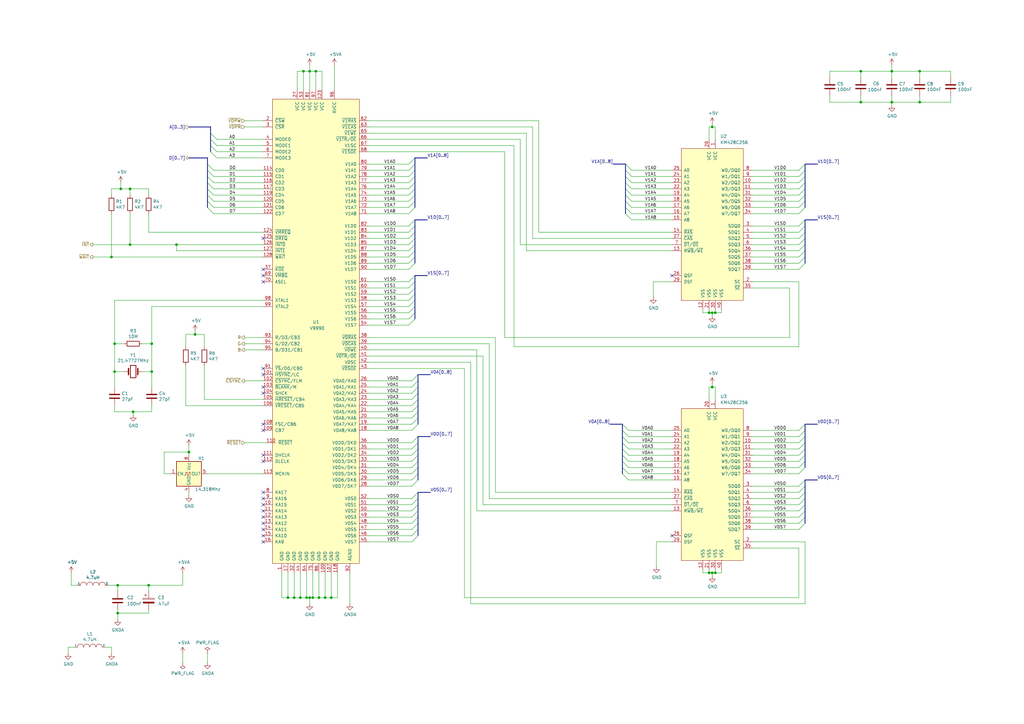
<source format=kicad_sch>
(kicad_sch (version 20211123) (generator eeschema)
  (paper "A3")
  (title_block (title "TRH9000") (date "2022-08-02") (rev "1") (company "The Retro Hacker") (comment 2 "Shared under CERN-OHL-S license") (comment 3 "TRH9000 - Open Source MSX Graphics Card based on the Yamaha V9990") (comment 4 "Designed  by: Cristiano Goncalves"))
  (junction (at 60.96 240.03))
  (junction (at 120.65 245.11))
  (junction (at 293.37 234.95))
  (junction (at 365.76 29.21))
  (junction (at 62.23 152.4))
  (junction (at 49.53 77.47))
  (junction (at 365.76 41.91))
  (junction (at 72.39 100.33))
  (junction (at 62.23 140.97))
  (junction (at 45.72 105.41))
  (junction (at 48.26 251.46))
  (junction (at 377.19 29.21))
  (junction (at 80.01 137.16))
  (junction (at 292.1 52.07))
  (junction (at 353.06 29.21))
  (junction (at 292.1 158.75))
  (junction (at 353.06 41.91))
  (junction (at 77.47 185.42))
  (junction (at 292.1 128.27))
  (junction (at 293.37 128.27))
  (junction (at 127 29.21))
  (junction (at 46.99 140.97))
  (junction (at 135.89 245.11))
  (junction (at 53.34 77.47))
  (junction (at 48.26 240.03))
  (junction (at 53.34 100.33))
  (junction (at 290.83 128.27))
  (junction (at 128.27 245.11))
  (junction (at 129.54 29.21))
  (junction (at 290.83 234.95))
  (junction (at 133.35 245.11))
  (junction (at 377.19 41.91))
  (junction (at 54.61 168.91))
  (junction (at 124.46 29.21))
  (junction (at 46.99 152.4))
  (junction (at 127 245.11))
  (junction (at 125.73 245.11))
  (junction (at 130.81 245.11))
  (junction (at 123.19 245.11))
  (junction (at 292.1 234.95))
  (junction (at 118.11 245.11))
  (no_connect (at 275.59 113.03))
  (no_connect (at 275.59 219.71))
  (no_connect (at 107.95 201.93))
  (no_connect (at 107.95 204.47))
  (no_connect (at 107.95 207.01))
  (no_connect (at 107.95 209.55))
  (no_connect (at 107.95 212.09))
  (no_connect (at 107.95 214.63))
  (no_connect (at 107.95 217.17))
  (no_connect (at 107.95 219.71))
  (no_connect (at 107.95 222.25))
  (no_connect (at 107.95 189.23))
  (no_connect (at 107.95 186.69))
  (no_connect (at 107.95 176.53))
  (no_connect (at 107.95 173.99))
  (no_connect (at 107.95 161.29))
  (no_connect (at 107.95 158.75))
  (no_connect (at 107.95 151.13))
  (no_connect (at 107.95 153.67))
  (no_connect (at 107.95 97.79))
  (no_connect (at 107.95 110.49))
  (no_connect (at 107.95 113.03))
  (no_connect (at 107.95 115.57))
  (bus_entry (at 170.18 118.11) (size -2.54 2.54))
  (bus_entry (at 170.18 123.19) (size -2.54 2.54))
  (bus_entry (at 85.09 69.85) (size 2.54 2.54))
  (bus_entry (at 256.54 82.55) (size 2.54 2.54))
  (bus_entry (at 85.09 82.55) (size 2.54 2.54))
  (bus_entry (at 330.2 85.09) (size -2.54 2.54))
  (bus_entry (at 330.2 186.69) (size -2.54 2.54))
  (bus_entry (at 330.2 80.01) (size -2.54 2.54))
  (bus_entry (at 330.2 82.55) (size -2.54 2.54))
  (bus_entry (at 171.45 173.99) (size -2.54 2.54))
  (bus_entry (at 330.2 77.47) (size -2.54 2.54))
  (bus_entry (at 330.2 107.95) (size -2.54 2.54))
  (bus_entry (at 85.09 67.31) (size 2.54 2.54))
  (bus_entry (at 256.54 87.63) (size 2.54 2.54))
  (bus_entry (at 330.2 67.31) (size -2.54 2.54))
  (bus_entry (at 330.2 207.01) (size -2.54 2.54))
  (bus_entry (at 170.18 97.79) (size -2.54 2.54))
  (bus_entry (at 330.2 204.47) (size -2.54 2.54))
  (bus_entry (at 256.54 72.39) (size 2.54 2.54))
  (bus_entry (at 170.18 82.55) (size -2.54 2.54))
  (bus_entry (at 170.18 77.47) (size -2.54 2.54))
  (bus_entry (at 171.45 207.01) (size -2.54 2.54))
  (bus_entry (at 330.2 199.39) (size -2.54 2.54))
  (bus_entry (at 171.45 217.17) (size -2.54 2.54))
  (bus_entry (at 171.45 158.75) (size -2.54 2.54))
  (bus_entry (at 171.45 219.71) (size -2.54 2.54))
  (bus_entry (at 170.18 95.25) (size -2.54 2.54))
  (bus_entry (at 170.18 92.71) (size -2.54 2.54))
  (bus_entry (at 330.2 189.23) (size -2.54 2.54))
  (bus_entry (at 330.2 212.09) (size -2.54 2.54))
  (bus_entry (at 256.54 80.01) (size 2.54 2.54))
  (bus_entry (at 255.27 194.31) (size 2.54 2.54))
  (bus_entry (at 171.45 189.23) (size -2.54 2.54))
  (bus_entry (at 170.18 130.81) (size -2.54 2.54))
  (bus_entry (at 255.27 173.99) (size 2.54 2.54))
  (bus_entry (at 330.2 181.61) (size -2.54 2.54))
  (bus_entry (at 256.54 77.47) (size 2.54 2.54))
  (bus_entry (at 330.2 209.55) (size -2.54 2.54))
  (bus_entry (at 86.36 62.23) (size 2.54 2.54))
  (bus_entry (at 256.54 67.31) (size 2.54 2.54))
  (bus_entry (at 171.45 201.93) (size -2.54 2.54))
  (bus_entry (at 255.27 181.61) (size 2.54 2.54))
  (bus_entry (at 330.2 97.79) (size -2.54 2.54))
  (bus_entry (at 86.36 57.15) (size 2.54 2.54))
  (bus_entry (at 171.45 163.83) (size -2.54 2.54))
  (bus_entry (at 330.2 201.93) (size -2.54 2.54))
  (bus_entry (at 171.45 184.15) (size -2.54 2.54))
  (bus_entry (at 170.18 69.85) (size -2.54 2.54))
  (bus_entry (at 330.2 184.15) (size -2.54 2.54))
  (bus_entry (at 171.45 181.61) (size -2.54 2.54))
  (bus_entry (at 330.2 95.25) (size -2.54 2.54))
  (bus_entry (at 330.2 176.53) (size -2.54 2.54))
  (bus_entry (at 171.45 171.45) (size -2.54 2.54))
  (bus_entry (at 171.45 191.77) (size -2.54 2.54))
  (bus_entry (at 171.45 194.31) (size -2.54 2.54))
  (bus_entry (at 171.45 214.63) (size -2.54 2.54))
  (bus_entry (at 171.45 212.09) (size -2.54 2.54))
  (bus_entry (at 171.45 179.07) (size -2.54 2.54))
  (bus_entry (at 255.27 184.15) (size 2.54 2.54))
  (bus_entry (at 330.2 214.63) (size -2.54 2.54))
  (bus_entry (at 330.2 173.99) (size -2.54 2.54))
  (bus_entry (at 255.27 191.77) (size 2.54 2.54))
  (bus_entry (at 86.36 54.61) (size 2.54 2.54))
  (bus_entry (at 170.18 64.77) (size -2.54 2.54))
  (bus_entry (at 171.45 168.91) (size -2.54 2.54))
  (bus_entry (at 171.45 204.47) (size -2.54 2.54))
  (bus_entry (at 171.45 153.67) (size -2.54 2.54))
  (bus_entry (at 85.09 80.01) (size 2.54 2.54))
  (bus_entry (at 170.18 67.31) (size -2.54 2.54))
  (bus_entry (at 85.09 74.93) (size 2.54 2.54))
  (bus_entry (at 171.45 166.37) (size -2.54 2.54))
  (bus_entry (at 256.54 85.09) (size 2.54 2.54))
  (bus_entry (at 85.09 77.47) (size 2.54 2.54))
  (bus_entry (at 330.2 69.85) (size -2.54 2.54))
  (bus_entry (at 171.45 186.69) (size -2.54 2.54))
  (bus_entry (at 170.18 115.57) (size -2.54 2.54))
  (bus_entry (at 170.18 100.33) (size -2.54 2.54))
  (bus_entry (at 256.54 74.93) (size 2.54 2.54))
  (bus_entry (at 330.2 72.39) (size -2.54 2.54))
  (bus_entry (at 170.18 85.09) (size -2.54 2.54))
  (bus_entry (at 255.27 186.69) (size 2.54 2.54))
  (bus_entry (at 330.2 105.41) (size -2.54 2.54))
  (bus_entry (at 330.2 196.85) (size -2.54 2.54))
  (bus_entry (at 170.18 72.39) (size -2.54 2.54))
  (bus_entry (at 255.27 189.23) (size 2.54 2.54))
  (bus_entry (at 85.09 72.39) (size 2.54 2.54))
  (bus_entry (at 330.2 90.17) (size -2.54 2.54))
  (bus_entry (at 86.36 59.69) (size 2.54 2.54))
  (bus_entry (at 170.18 102.87) (size -2.54 2.54))
  (bus_entry (at 170.18 113.03) (size -2.54 2.54))
  (bus_entry (at 256.54 69.85) (size 2.54 2.54))
  (bus_entry (at 330.2 74.93) (size -2.54 2.54))
  (bus_entry (at 330.2 102.87) (size -2.54 2.54))
  (bus_entry (at 85.09 85.09) (size 2.54 2.54))
  (bus_entry (at 171.45 156.21) (size -2.54 2.54))
  (bus_entry (at 171.45 209.55) (size -2.54 2.54))
  (bus_entry (at 170.18 80.01) (size -2.54 2.54))
  (bus_entry (at 170.18 125.73) (size -2.54 2.54))
  (bus_entry (at 330.2 179.07) (size -2.54 2.54))
  (bus_entry (at 171.45 196.85) (size -2.54 2.54))
  (bus_entry (at 330.2 92.71) (size -2.54 2.54))
  (bus_entry (at 255.27 179.07) (size 2.54 2.54))
  (bus_entry (at 170.18 107.95) (size -2.54 2.54))
  (bus_entry (at 170.18 90.17) (size -2.54 2.54))
  (bus_entry (at 330.2 191.77) (size -2.54 2.54))
  (bus_entry (at 170.18 74.93) (size -2.54 2.54))
  (bus_entry (at 330.2 100.33) (size -2.54 2.54))
  (bus_entry (at 255.27 176.53) (size 2.54 2.54))
  (bus_entry (at 170.18 120.65) (size -2.54 2.54))
  (bus_entry (at 171.45 161.29) (size -2.54 2.54))
  (bus_entry (at 170.18 128.27) (size -2.54 2.54))
  (bus_entry (at 170.18 105.41) (size -2.54 2.54))
  (wire (pts (xy 45.72 105.41) (xy 107.95 105.41)))
  (bus (pts (xy 170.18 67.31) (xy 170.18 69.85)))
  (wire (pts (xy 257.81 196.85) (xy 275.59 196.85)))
  (wire (pts (xy 77.47 185.42) (xy 77.47 186.69)))
  (wire (pts (xy 100.33 156.21) (xy 107.95 156.21)))
  (wire (pts (xy 60.96 95.25) (xy 60.96 87.63)))
  (bus (pts (xy 85.09 80.01) (xy 85.09 82.55)))
  (wire (pts (xy 190.5 245.11) (xy 190.5 151.13)))
  (bus (pts (xy 330.2 97.79) (xy 330.2 100.33)))
  (wire (pts (xy 365.76 43.18) (xy 365.76 41.91)))
  (wire (pts (xy 54.61 170.18) (xy 54.61 168.91)))
  (wire (pts (xy 46.99 166.37) (xy 46.99 168.91)))
  (wire (pts (xy 259.08 87.63) (xy 275.59 87.63)))
  (wire (pts (xy 80.01 135.89) (xy 80.01 137.16)))
  (wire (pts (xy 257.81 176.53) (xy 275.59 176.53)))
  (wire (pts (xy 151.13 123.19) (xy 167.64 123.19)))
  (wire (pts (xy 308.61 179.07) (xy 327.66 179.07)))
  (bus (pts (xy 256.54 80.01) (xy 256.54 82.55)))
  (wire (pts (xy 290.83 233.68) (xy 290.83 234.95)))
  (wire (pts (xy 130.81 234.95) (xy 130.81 245.11)))
  (wire (pts (xy 327.66 115.57) (xy 327.66 142.24)))
  (wire (pts (xy 100.33 181.61) (xy 109.22 181.61)))
  (bus (pts (xy 255.27 173.99) (xy 255.27 176.53)))
  (bus (pts (xy 85.09 72.39) (xy 85.09 74.93)))
  (wire (pts (xy 151.13 186.69) (xy 168.91 186.69)))
  (wire (pts (xy 151.13 82.55) (xy 167.64 82.55)))
  (wire (pts (xy 151.13 181.61) (xy 168.91 181.61)))
  (wire (pts (xy 87.63 74.93) (xy 107.95 74.93)))
  (bus (pts (xy 171.45 181.61) (xy 171.45 184.15)))
  (wire (pts (xy 151.13 143.51) (xy 195.58 143.51)))
  (wire (pts (xy 45.72 87.63) (xy 45.72 105.41)))
  (wire (pts (xy 72.39 102.87) (xy 72.39 100.33)))
  (bus (pts (xy 255.27 184.15) (xy 255.27 186.69)))
  (wire (pts (xy 128.27 245.11) (xy 127 245.11)))
  (wire (pts (xy 293.37 158.75) (xy 293.37 163.83)))
  (wire (pts (xy 151.13 118.11) (xy 167.64 118.11)))
  (wire (pts (xy 74.93 240.03) (xy 74.93 234.95)))
  (wire (pts (xy 308.61 92.71) (xy 327.66 92.71)))
  (wire (pts (xy 308.61 181.61) (xy 327.66 181.61)))
  (bus (pts (xy 330.2 199.39) (xy 330.2 201.93)))
  (bus (pts (xy 171.45 153.67) (xy 171.45 156.21)))
  (bus (pts (xy 85.09 82.55) (xy 85.09 85.09)))
  (wire (pts (xy 340.36 41.91) (xy 340.36 39.37)))
  (wire (pts (xy 49.53 77.47) (xy 45.72 77.47)))
  (bus (pts (xy 171.45 161.29) (xy 171.45 163.83)))
  (bus (pts (xy 170.18 74.93) (xy 170.18 77.47)))
  (wire (pts (xy 292.1 129.54) (xy 292.1 128.27)))
  (wire (pts (xy 151.13 209.55) (xy 168.91 209.55)))
  (bus (pts (xy 330.2 209.55) (xy 330.2 212.09)))
  (wire (pts (xy 327.66 224.79) (xy 327.66 245.11)))
  (bus (pts (xy 256.54 67.31) (xy 256.54 69.85)))
  (wire (pts (xy 29.21 240.03) (xy 31.75 240.03)))
  (wire (pts (xy 213.36 100.33) (xy 213.36 57.15)))
  (wire (pts (xy 288.29 128.27) (xy 290.83 128.27)))
  (bus (pts (xy 330.2 201.93) (xy 330.2 204.47)))
  (wire (pts (xy 45.72 77.47) (xy 45.72 80.01)))
  (wire (pts (xy 308.61 100.33) (xy 327.66 100.33)))
  (wire (pts (xy 151.13 204.47) (xy 168.91 204.47)))
  (bus (pts (xy 330.2 90.17) (xy 330.2 92.71)))
  (wire (pts (xy 308.61 176.53) (xy 327.66 176.53)))
  (wire (pts (xy 220.98 95.25) (xy 220.98 49.53)))
  (wire (pts (xy 308.61 199.39) (xy 327.66 199.39)))
  (wire (pts (xy 143.51 234.95) (xy 143.51 247.65)))
  (wire (pts (xy 46.99 140.97) (xy 46.99 123.19)))
  (bus (pts (xy 256.54 77.47) (xy 256.54 80.01)))
  (wire (pts (xy 87.63 80.01) (xy 107.95 80.01)))
  (wire (pts (xy 100.33 138.43) (xy 107.95 138.43)))
  (wire (pts (xy 308.61 222.25) (xy 330.2 222.25)))
  (wire (pts (xy 203.2 138.43) (xy 151.13 138.43)))
  (wire (pts (xy 88.9 59.69) (xy 107.95 59.69)))
  (bus (pts (xy 170.18 125.73) (xy 170.18 128.27)))
  (wire (pts (xy 87.63 82.55) (xy 107.95 82.55)))
  (wire (pts (xy 288.29 233.68) (xy 288.29 234.95)))
  (bus (pts (xy 170.18 72.39) (xy 170.18 74.93)))
  (wire (pts (xy 377.19 41.91) (xy 389.89 41.91)))
  (wire (pts (xy 340.36 41.91) (xy 353.06 41.91)))
  (bus (pts (xy 171.45 184.15) (xy 171.45 186.69)))
  (wire (pts (xy 151.13 151.13) (xy 190.5 151.13)))
  (wire (pts (xy 218.44 52.07) (xy 151.13 52.07)))
  (wire (pts (xy 123.19 245.11) (xy 120.65 245.11)))
  (bus (pts (xy 330.2 80.01) (xy 330.2 82.55)))
  (wire (pts (xy 151.13 85.09) (xy 167.64 85.09)))
  (bus (pts (xy 171.45 201.93) (xy 171.45 204.47)))
  (bus (pts (xy 170.18 128.27) (xy 170.18 130.81)))
  (bus (pts (xy 330.2 102.87) (xy 330.2 105.41)))
  (bus (pts (xy 170.18 82.55) (xy 170.18 85.09)))
  (bus (pts (xy 330.2 184.15) (xy 330.2 186.69)))
  (wire (pts (xy 46.99 168.91) (xy 54.61 168.91)))
  (bus (pts (xy 255.27 189.23) (xy 255.27 191.77)))
  (wire (pts (xy 292.1 158.75) (xy 293.37 158.75)))
  (wire (pts (xy 151.13 194.31) (xy 168.91 194.31)))
  (wire (pts (xy 72.39 100.33) (xy 107.95 100.33)))
  (wire (pts (xy 257.81 181.61) (xy 275.59 181.61)))
  (bus (pts (xy 330.2 204.47) (xy 330.2 207.01)))
  (wire (pts (xy 293.37 234.95) (xy 295.91 234.95)))
  (wire (pts (xy 151.13 130.81) (xy 167.64 130.81)))
  (bus (pts (xy 170.18 120.65) (xy 170.18 123.19)))
  (wire (pts (xy 67.31 185.42) (xy 77.47 185.42)))
  (wire (pts (xy 220.98 49.53) (xy 151.13 49.53)))
  (wire (pts (xy 151.13 163.83) (xy 168.91 163.83)))
  (wire (pts (xy 308.61 224.79) (xy 327.66 224.79)))
  (wire (pts (xy 377.19 41.91) (xy 377.19 39.37)))
  (wire (pts (xy 293.37 233.68) (xy 293.37 234.95)))
  (wire (pts (xy 87.63 69.85) (xy 107.95 69.85)))
  (wire (pts (xy 257.81 189.23) (xy 275.59 189.23)))
  (wire (pts (xy 135.89 245.11) (xy 133.35 245.11)))
  (wire (pts (xy 151.13 191.77) (xy 168.91 191.77)))
  (wire (pts (xy 151.13 107.95) (xy 167.64 107.95)))
  (bus (pts (xy 171.45 212.09) (xy 171.45 214.63)))
  (wire (pts (xy 288.29 127) (xy 288.29 128.27)))
  (bus (pts (xy 330.2 179.07) (xy 330.2 181.61)))
  (bus (pts (xy 170.18 113.03) (xy 175.26 113.03)))
  (wire (pts (xy 151.13 171.45) (xy 168.91 171.45)))
  (wire (pts (xy 48.26 251.46) (xy 60.96 251.46)))
  (wire (pts (xy 151.13 97.79) (xy 167.64 97.79)))
  (wire (pts (xy 151.13 62.23) (xy 207.01 62.23)))
  (bus (pts (xy 330.2 67.31) (xy 335.28 67.31)))
  (wire (pts (xy 123.19 234.95) (xy 123.19 245.11)))
  (bus (pts (xy 170.18 115.57) (xy 170.18 118.11)))
  (wire (pts (xy 151.13 173.99) (xy 168.91 173.99)))
  (wire (pts (xy 125.73 234.95) (xy 125.73 245.11)))
  (bus (pts (xy 170.18 80.01) (xy 170.18 82.55)))
  (bus (pts (xy 256.54 69.85) (xy 256.54 72.39)))
  (bus (pts (xy 256.54 82.55) (xy 256.54 85.09)))
  (wire (pts (xy 275.59 209.55) (xy 195.58 209.55)))
  (wire (pts (xy 308.61 186.69) (xy 327.66 186.69)))
  (bus (pts (xy 171.45 158.75) (xy 171.45 161.29)))
  (wire (pts (xy 60.96 95.25) (xy 107.95 95.25)))
  (wire (pts (xy 151.13 222.25) (xy 168.91 222.25)))
  (wire (pts (xy 151.13 115.57) (xy 167.64 115.57)))
  (bus (pts (xy 330.2 105.41) (xy 330.2 107.95)))
  (wire (pts (xy 308.61 80.01) (xy 327.66 80.01)))
  (wire (pts (xy 207.01 138.43) (xy 207.01 62.23)))
  (bus (pts (xy 330.2 92.71) (xy 330.2 95.25)))
  (wire (pts (xy 53.34 100.33) (xy 72.39 100.33)))
  (bus (pts (xy 170.18 90.17) (xy 170.18 92.71)))
  (bus (pts (xy 171.45 189.23) (xy 171.45 191.77)))
  (wire (pts (xy 259.08 69.85) (xy 275.59 69.85)))
  (wire (pts (xy 137.16 26.67) (xy 137.16 36.83)))
  (wire (pts (xy 308.61 201.93) (xy 327.66 201.93)))
  (wire (pts (xy 62.23 152.4) (xy 62.23 158.75)))
  (wire (pts (xy 290.83 52.07) (xy 290.83 57.15)))
  (wire (pts (xy 308.61 82.55) (xy 327.66 82.55)))
  (bus (pts (xy 85.09 69.85) (xy 85.09 72.39)))
  (wire (pts (xy 115.57 234.95) (xy 115.57 245.11)))
  (wire (pts (xy 50.8 140.97) (xy 46.99 140.97)))
  (wire (pts (xy 62.23 168.91) (xy 62.23 166.37)))
  (bus (pts (xy 171.45 179.07) (xy 171.45 181.61)))
  (wire (pts (xy 200.66 140.97) (xy 151.13 140.97)))
  (bus (pts (xy 330.2 181.61) (xy 330.2 184.15)))
  (wire (pts (xy 290.83 52.07) (xy 292.1 52.07)))
  (wire (pts (xy 259.08 85.09) (xy 275.59 85.09)))
  (wire (pts (xy 275.59 222.25) (xy 269.24 222.25)))
  (wire (pts (xy 100.33 52.07) (xy 107.95 52.07)))
  (bus (pts (xy 170.18 69.85) (xy 170.18 72.39)))
  (wire (pts (xy 151.13 214.63) (xy 168.91 214.63)))
  (wire (pts (xy 151.13 196.85) (xy 168.91 196.85)))
  (bus (pts (xy 171.45 207.01) (xy 171.45 209.55)))
  (wire (pts (xy 308.61 107.95) (xy 327.66 107.95)))
  (wire (pts (xy 127 29.21) (xy 127 26.67)))
  (bus (pts (xy 330.2 72.39) (xy 330.2 74.93)))
  (wire (pts (xy 60.96 77.47) (xy 53.34 77.47)))
  (bus (pts (xy 170.18 90.17) (xy 175.26 90.17)))
  (wire (pts (xy 257.81 179.07) (xy 275.59 179.07)))
  (wire (pts (xy 275.59 95.25) (xy 220.98 95.25)))
  (wire (pts (xy 275.59 97.79) (xy 218.44 97.79)))
  (bus (pts (xy 256.54 74.93) (xy 256.54 77.47)))
  (wire (pts (xy 151.13 95.25) (xy 167.64 95.25)))
  (bus (pts (xy 171.45 171.45) (xy 171.45 173.99)))
  (wire (pts (xy 290.83 128.27) (xy 292.1 128.27)))
  (wire (pts (xy 48.26 250.19) (xy 48.26 251.46)))
  (wire (pts (xy 83.82 137.16) (xy 80.01 137.16)))
  (wire (pts (xy 198.12 146.05) (xy 151.13 146.05)))
  (wire (pts (xy 53.34 77.47) (xy 53.34 80.01)))
  (wire (pts (xy 58.42 152.4) (xy 62.23 152.4)))
  (bus (pts (xy 330.2 69.85) (xy 330.2 72.39)))
  (wire (pts (xy 193.04 247.65) (xy 193.04 148.59)))
  (wire (pts (xy 330.2 222.25) (xy 330.2 247.65)))
  (wire (pts (xy 290.83 127) (xy 290.83 128.27)))
  (bus (pts (xy 330.2 82.55) (xy 330.2 85.09)))
  (wire (pts (xy 151.13 128.27) (xy 167.64 128.27)))
  (bus (pts (xy 171.45 163.83) (xy 171.45 166.37)))
  (wire (pts (xy 76.2 137.16) (xy 76.2 142.24)))
  (wire (pts (xy 133.35 234.95) (xy 133.35 245.11)))
  (wire (pts (xy 77.47 203.2) (xy 77.47 201.93)))
  (bus (pts (xy 171.45 153.67) (xy 176.53 153.67)))
  (wire (pts (xy 308.61 204.47) (xy 327.66 204.47)))
  (wire (pts (xy 288.29 234.95) (xy 290.83 234.95)))
  (wire (pts (xy 151.13 80.01) (xy 167.64 80.01)))
  (wire (pts (xy 120.65 245.11) (xy 118.11 245.11)))
  (wire (pts (xy 132.08 29.21) (xy 132.08 36.83)))
  (wire (pts (xy 257.81 184.15) (xy 275.59 184.15)))
  (wire (pts (xy 327.66 245.11) (xy 190.5 245.11)))
  (wire (pts (xy 76.2 166.37) (xy 107.95 166.37)))
  (wire (pts (xy 257.81 186.69) (xy 275.59 186.69)))
  (wire (pts (xy 87.63 72.39) (xy 107.95 72.39)))
  (wire (pts (xy 308.61 110.49) (xy 327.66 110.49)))
  (wire (pts (xy 62.23 125.73) (xy 62.23 140.97)))
  (wire (pts (xy 48.26 240.03) (xy 48.26 242.57)))
  (bus (pts (xy 170.18 95.25) (xy 170.18 97.79)))
  (wire (pts (xy 323.85 138.43) (xy 207.01 138.43)))
  (bus (pts (xy 170.18 97.79) (xy 170.18 100.33)))
  (wire (pts (xy 259.08 82.55) (xy 275.59 82.55)))
  (bus (pts (xy 170.18 105.41) (xy 170.18 107.95)))
  (wire (pts (xy 60.96 251.46) (xy 60.96 250.19)))
  (wire (pts (xy 308.61 74.93) (xy 327.66 74.93)))
  (wire (pts (xy 308.61 97.79) (xy 327.66 97.79)))
  (bus (pts (xy 171.45 166.37) (xy 171.45 168.91)))
  (bus (pts (xy 171.45 209.55) (xy 171.45 212.09)))
  (wire (pts (xy 193.04 148.59) (xy 151.13 148.59)))
  (bus (pts (xy 255.27 176.53) (xy 255.27 179.07)))
  (wire (pts (xy 151.13 212.09) (xy 168.91 212.09)))
  (wire (pts (xy 77.47 182.88) (xy 77.47 185.42)))
  (wire (pts (xy 88.9 64.77) (xy 107.95 64.77)))
  (wire (pts (xy 308.61 212.09) (xy 327.66 212.09)))
  (wire (pts (xy 308.61 189.23) (xy 327.66 189.23)))
  (bus (pts (xy 171.45 168.91) (xy 171.45 171.45)))
  (bus (pts (xy 171.45 179.07) (xy 176.53 179.07)))
  (wire (pts (xy 151.13 92.71) (xy 167.64 92.71)))
  (wire (pts (xy 151.13 110.49) (xy 167.64 110.49)))
  (bus (pts (xy 170.18 123.19) (xy 170.18 125.73)))
  (wire (pts (xy 62.23 125.73) (xy 107.95 125.73)))
  (wire (pts (xy 275.59 100.33) (xy 213.36 100.33)))
  (wire (pts (xy 293.37 128.27) (xy 295.91 128.27)))
  (wire (pts (xy 215.9 54.61) (xy 151.13 54.61)))
  (wire (pts (xy 259.08 74.93) (xy 275.59 74.93)))
  (wire (pts (xy 74.93 267.97) (xy 74.93 271.78)))
  (wire (pts (xy 290.83 163.83) (xy 290.83 158.75)))
  (wire (pts (xy 308.61 194.31) (xy 327.66 194.31)))
  (wire (pts (xy 295.91 128.27) (xy 295.91 127)))
  (bus (pts (xy 330.2 186.69) (xy 330.2 189.23)))
  (wire (pts (xy 308.61 217.17) (xy 327.66 217.17)))
  (wire (pts (xy 151.13 166.37) (xy 168.91 166.37)))
  (wire (pts (xy 129.54 29.21) (xy 127 29.21)))
  (bus (pts (xy 255.27 186.69) (xy 255.27 189.23)))
  (wire (pts (xy 377.19 29.21) (xy 389.89 29.21)))
  (bus (pts (xy 171.45 194.31) (xy 171.45 196.85)))
  (wire (pts (xy 151.13 168.91) (xy 168.91 168.91)))
  (wire (pts (xy 118.11 245.11) (xy 115.57 245.11)))
  (wire (pts (xy 151.13 87.63) (xy 167.64 87.63)))
  (wire (pts (xy 308.61 209.55) (xy 327.66 209.55)))
  (wire (pts (xy 83.82 137.16) (xy 83.82 142.24)))
  (wire (pts (xy 323.85 118.11) (xy 323.85 138.43)))
  (bus (pts (xy 86.36 57.15) (xy 86.36 59.69)))
  (wire (pts (xy 128.27 234.95) (xy 128.27 245.11)))
  (wire (pts (xy 151.13 161.29) (xy 168.91 161.29)))
  (wire (pts (xy 121.92 29.21) (xy 124.46 29.21)))
  (bus (pts (xy 171.45 204.47) (xy 171.45 207.01)))
  (wire (pts (xy 100.33 140.97) (xy 107.95 140.97)))
  (wire (pts (xy 200.66 204.47) (xy 200.66 140.97)))
  (wire (pts (xy 389.89 41.91) (xy 389.89 39.37)))
  (wire (pts (xy 377.19 29.21) (xy 377.19 31.75)))
  (wire (pts (xy 151.13 69.85) (xy 167.64 69.85)))
  (wire (pts (xy 38.1 100.33) (xy 53.34 100.33)))
  (wire (pts (xy 308.61 118.11) (xy 323.85 118.11)))
  (wire (pts (xy 100.33 143.51) (xy 107.95 143.51)))
  (bus (pts (xy 170.18 113.03) (xy 170.18 115.57)))
  (wire (pts (xy 60.96 80.01) (xy 60.96 77.47)))
  (bus (pts (xy 171.45 156.21) (xy 171.45 158.75)))
  (wire (pts (xy 118.11 234.95) (xy 118.11 245.11)))
  (wire (pts (xy 290.83 158.75) (xy 292.1 158.75)))
  (wire (pts (xy 195.58 209.55) (xy 195.58 143.51)))
  (wire (pts (xy 340.36 29.21) (xy 340.36 31.75)))
  (wire (pts (xy 48.26 251.46) (xy 48.26 254)))
  (wire (pts (xy 88.9 62.23) (xy 107.95 62.23)))
  (wire (pts (xy 62.23 140.97) (xy 62.23 152.4)))
  (wire (pts (xy 46.99 152.4) (xy 46.99 140.97)))
  (wire (pts (xy 259.08 77.47) (xy 275.59 77.47)))
  (wire (pts (xy 151.13 102.87) (xy 167.64 102.87)))
  (wire (pts (xy 27.94 265.43) (xy 27.94 267.97)))
  (wire (pts (xy 290.83 234.95) (xy 292.1 234.95)))
  (wire (pts (xy 365.76 41.91) (xy 377.19 41.91)))
  (bus (pts (xy 330.2 74.93) (xy 330.2 77.47)))
  (wire (pts (xy 327.66 142.24) (xy 210.82 142.24)))
  (wire (pts (xy 76.2 166.37) (xy 76.2 149.86)))
  (wire (pts (xy 308.61 115.57) (xy 327.66 115.57)))
  (wire (pts (xy 127 245.11) (xy 125.73 245.11)))
  (wire (pts (xy 340.36 29.21) (xy 353.06 29.21)))
  (bus (pts (xy 170.18 64.77) (xy 175.26 64.77)))
  (wire (pts (xy 151.13 74.93) (xy 167.64 74.93)))
  (wire (pts (xy 330.2 247.65) (xy 193.04 247.65)))
  (wire (pts (xy 365.76 39.37) (xy 365.76 41.91)))
  (bus (pts (xy 171.45 191.77) (xy 171.45 194.31)))
  (wire (pts (xy 293.37 127) (xy 293.37 128.27)))
  (wire (pts (xy 213.36 57.15) (xy 151.13 57.15)))
  (wire (pts (xy 50.8 152.4) (xy 46.99 152.4)))
  (wire (pts (xy 125.73 245.11) (xy 123.19 245.11)))
  (wire (pts (xy 30.48 265.43) (xy 27.94 265.43)))
  (wire (pts (xy 292.1 50.8) (xy 292.1 52.07)))
  (wire (pts (xy 292.1 234.95) (xy 293.37 234.95)))
  (wire (pts (xy 308.61 69.85) (xy 327.66 69.85)))
  (bus (pts (xy 330.2 90.17) (xy 335.28 90.17)))
  (wire (pts (xy 85.09 194.31) (xy 107.95 194.31)))
  (bus (pts (xy 330.2 95.25) (xy 330.2 97.79)))
  (wire (pts (xy 259.08 90.17) (xy 275.59 90.17)))
  (wire (pts (xy 353.06 41.91) (xy 365.76 41.91)))
  (bus (pts (xy 330.2 196.85) (xy 335.28 196.85)))
  (bus (pts (xy 86.36 52.07) (xy 86.36 54.61)))
  (wire (pts (xy 60.96 242.57) (xy 60.96 240.03)))
  (bus (pts (xy 256.54 67.31) (xy 251.46 67.31)))
  (wire (pts (xy 151.13 176.53) (xy 168.91 176.53)))
  (wire (pts (xy 151.13 217.17) (xy 168.91 217.17)))
  (wire (pts (xy 80.01 137.16) (xy 76.2 137.16)))
  (wire (pts (xy 151.13 158.75) (xy 168.91 158.75)))
  (wire (pts (xy 127 29.21) (xy 127 36.83)))
  (wire (pts (xy 215.9 102.87) (xy 215.9 54.61)))
  (wire (pts (xy 54.61 168.91) (xy 62.23 168.91)))
  (wire (pts (xy 151.13 77.47) (xy 167.64 77.47)))
  (wire (pts (xy 129.54 29.21) (xy 129.54 36.83)))
  (wire (pts (xy 127 247.65) (xy 127 245.11)))
  (bus (pts (xy 85.09 77.47) (xy 85.09 80.01)))
  (wire (pts (xy 203.2 201.93) (xy 203.2 138.43)))
  (wire (pts (xy 308.61 184.15) (xy 327.66 184.15)))
  (wire (pts (xy 218.44 97.79) (xy 218.44 52.07)))
  (wire (pts (xy 121.92 29.21) (xy 121.92 36.83)))
  (wire (pts (xy 151.13 120.65) (xy 167.64 120.65)))
  (wire (pts (xy 353.06 31.75) (xy 353.06 29.21)))
  (wire (pts (xy 308.61 191.77) (xy 327.66 191.77)))
  (wire (pts (xy 292.1 128.27) (xy 293.37 128.27)))
  (wire (pts (xy 151.13 207.01) (xy 168.91 207.01)))
  (wire (pts (xy 45.72 265.43) (xy 43.18 265.43)))
  (bus (pts (xy 330.2 173.99) (xy 335.28 173.99)))
  (wire (pts (xy 132.08 29.21) (xy 129.54 29.21)))
  (wire (pts (xy 365.76 29.21) (xy 377.19 29.21)))
  (bus (pts (xy 330.2 212.09) (xy 330.2 214.63)))
  (wire (pts (xy 210.82 142.24) (xy 210.82 59.69)))
  (wire (pts (xy 120.65 234.95) (xy 120.65 245.11)))
  (bus (pts (xy 170.18 102.87) (xy 170.18 105.41)))
  (wire (pts (xy 151.13 156.21) (xy 168.91 156.21)))
  (bus (pts (xy 85.09 64.77) (xy 85.09 67.31)))
  (wire (pts (xy 138.43 245.11) (xy 135.89 245.11)))
  (wire (pts (xy 49.53 74.93) (xy 49.53 77.47)))
  (wire (pts (xy 269.24 222.25) (xy 269.24 232.41)))
  (bus (pts (xy 170.18 64.77) (xy 170.18 67.31)))
  (wire (pts (xy 53.34 87.63) (xy 53.34 100.33)))
  (bus (pts (xy 171.45 186.69) (xy 171.45 189.23)))
  (wire (pts (xy 60.96 240.03) (xy 74.93 240.03)))
  (wire (pts (xy 151.13 105.41) (xy 167.64 105.41)))
  (wire (pts (xy 138.43 234.95) (xy 138.43 245.11)))
  (bus (pts (xy 330.2 189.23) (xy 330.2 191.77)))
  (wire (pts (xy 198.12 207.01) (xy 198.12 146.05)))
  (wire (pts (xy 353.06 29.21) (xy 365.76 29.21)))
  (wire (pts (xy 308.61 95.25) (xy 327.66 95.25)))
  (wire (pts (xy 292.1 157.48) (xy 292.1 158.75)))
  (wire (pts (xy 133.35 245.11) (xy 130.81 245.11)))
  (wire (pts (xy 44.45 240.03) (xy 48.26 240.03)))
  (wire (pts (xy 365.76 31.75) (xy 365.76 29.21)))
  (bus (pts (xy 170.18 118.11) (xy 170.18 120.65)))
  (wire (pts (xy 85.09 271.78) (xy 85.09 267.97)))
  (wire (pts (xy 151.13 219.71) (xy 168.91 219.71)))
  (wire (pts (xy 275.59 207.01) (xy 198.12 207.01)))
  (wire (pts (xy 151.13 184.15) (xy 168.91 184.15)))
  (wire (pts (xy 67.31 194.31) (xy 67.31 185.42)))
  (bus (pts (xy 171.45 217.17) (xy 171.45 219.71)))
  (wire (pts (xy 308.61 87.63) (xy 327.66 87.63)))
  (wire (pts (xy 210.82 59.69) (xy 151.13 59.69)))
  (bus (pts (xy 256.54 85.09) (xy 256.54 87.63)))
  (wire (pts (xy 259.08 72.39) (xy 275.59 72.39)))
  (wire (pts (xy 100.33 49.53) (xy 107.95 49.53)))
  (wire (pts (xy 308.61 105.41) (xy 327.66 105.41)))
  (bus (pts (xy 255.27 173.99) (xy 250.19 173.99)))
  (bus (pts (xy 330.2 176.53) (xy 330.2 179.07)))
  (wire (pts (xy 365.76 29.21) (xy 365.76 26.67)))
  (bus (pts (xy 330.2 67.31) (xy 330.2 69.85)))
  (wire (pts (xy 151.13 67.31) (xy 167.64 67.31)))
  (bus (pts (xy 170.18 100.33) (xy 170.18 102.87)))
  (bus (pts (xy 255.27 191.77) (xy 255.27 194.31)))
  (bus (pts (xy 330.2 173.99) (xy 330.2 176.53)))
  (bus (pts (xy 330.2 196.85) (xy 330.2 199.39)))
  (bus (pts (xy 256.54 72.39) (xy 256.54 74.93)))
  (wire (pts (xy 151.13 189.23) (xy 168.91 189.23)))
  (wire (pts (xy 275.59 204.47) (xy 200.66 204.47)))
  (bus (pts (xy 86.36 54.61) (xy 86.36 57.15)))
  (wire (pts (xy 29.21 234.95) (xy 29.21 240.03)))
  (bus (pts (xy 330.2 207.01) (xy 330.2 209.55)))
  (wire (pts (xy 308.61 77.47) (xy 327.66 77.47)))
  (wire (pts (xy 308.61 102.87) (xy 327.66 102.87)))
  (wire (pts (xy 257.81 194.31) (xy 275.59 194.31)))
  (bus (pts (xy 77.47 52.07) (xy 86.36 52.07)))
  (bus (pts (xy 86.36 59.69) (xy 86.36 62.23)))
  (wire (pts (xy 151.13 72.39) (xy 167.64 72.39)))
  (wire (pts (xy 275.59 102.87) (xy 215.9 102.87)))
  (wire (pts (xy 275.59 201.93) (xy 203.2 201.93)))
  (bus (pts (xy 255.27 179.07) (xy 255.27 181.61)))
  (wire (pts (xy 83.82 163.83) (xy 107.95 163.83)))
  (wire (pts (xy 83.82 163.83) (xy 83.82 149.86)))
  (bus (pts (xy 85.09 67.31) (xy 85.09 69.85)))
  (wire (pts (xy 48.26 240.03) (xy 60.96 240.03)))
  (bus (pts (xy 170.18 92.71) (xy 170.18 95.25)))
  (wire (pts (xy 389.89 31.75) (xy 389.89 29.21)))
  (wire (pts (xy 308.61 207.01) (xy 327.66 207.01)))
  (wire (pts (xy 88.9 57.15) (xy 107.95 57.15)))
  (bus (pts (xy 171.45 201.93) (xy 176.53 201.93)))
  (bus (pts (xy 85.09 64.77) (xy 77.47 64.77)))
  (wire (pts (xy 87.63 87.63) (xy 107.95 87.63)))
  (wire (pts (xy 124.46 29.21) (xy 127 29.21)))
  (wire (pts (xy 45.72 267.97) (xy 45.72 265.43)))
  (wire (pts (xy 275.59 115.57) (xy 267.97 115.57)))
  (bus (pts (xy 330.2 100.33) (xy 330.2 102.87)))
  (wire (pts (xy 46.99 123.19) (xy 107.95 123.19)))
  (wire (pts (xy 69.85 194.31) (xy 67.31 194.31)))
  (wire (pts (xy 87.63 77.47) (xy 107.95 77.47)))
  (wire (pts (xy 151.13 199.39) (xy 168.91 199.39)))
  (wire (pts (xy 151.13 125.73) (xy 167.64 125.73)))
  (wire (pts (xy 38.1 105.41) (xy 45.72 105.41)))
  (wire (pts (xy 58.42 140.97) (xy 62.23 140.97)))
  (wire (pts (xy 151.13 133.35) (xy 167.64 133.35)))
  (bus (pts (xy 170.18 77.47) (xy 170.18 80.01)))
  (wire (pts (xy 308.61 72.39) (xy 327.66 72.39)))
  (bus (pts (xy 330.2 77.47) (xy 330.2 80.01)))
  (wire (pts (xy 267.97 115.57) (xy 267.97 121.92)))
  (wire (pts (xy 292.1 52.07) (xy 293.37 52.07)))
  (wire (pts (xy 259.08 80.01) (xy 275.59 80.01)))
  (wire (pts (xy 308.61 85.09) (xy 327.66 85.09)))
  (wire (pts (xy 293.37 52.07) (xy 293.37 57.15)))
  (wire (pts (xy 151.13 100.33) (xy 167.64 100.33)))
  (wire (pts (xy 308.61 214.63) (xy 327.66 214.63)))
  (wire (pts (xy 107.95 102.87) (xy 72.39 102.87)))
  (bus (pts (xy 85.09 74.93) (xy 85.09 77.47)))
  (wire (pts (xy 124.46 29.21) (xy 124.46 36.83)))
  (wire (pts (xy 87.63 85.09) (xy 107.95 85.09)))
  (wire (pts (xy 292.1 236.22) (xy 292.1 234.95)))
  (wire (pts (xy 257.81 191.77) (xy 275.59 191.77)))
  (wire (pts (xy 135.89 234.95) (xy 135.89 245.11)))
  (wire (pts (xy 295.91 234.95) (xy 295.91 233.68)))
  (wire (pts (xy 353.06 39.37) (xy 353.06 41.91)))
  (wire (pts (xy 130.81 245.11) (xy 128.27 245.11)))
  (wire (pts (xy 46.99 152.4) (xy 46.99 158.75)))
  (wire (pts (xy 53.34 77.47) (xy 49.53 77.47)))
  (bus (pts (xy 255.27 181.61) (xy 255.27 184.15)))
  (bus (pts (xy 171.45 214.63) (xy 171.45 217.17)))
  (label "V0D3" (at 158.75 189.23 0))
  (label "V0A2" (at 158.75 161.29 0))
  (label "V1A8" (at 269.24 90.17 180))
  (label "V0D4" (at 317.5 186.69 0))
  (label "V1S[0..7]" (at 335.28 90.17 0))
  (label "V0D1" (at 317.5 179.07 0))
  (label "V0D1" (at 158.75 184.15 0))
  (label "V1D6" (at 157.48 107.95 0))
  (label "V0D6" (at 158.75 196.85 0))
  (label "V1S4" (at 157.48 125.73 0))
  (label "V0S5" (at 317.5 212.09 0))
  (label "A1" (at 93.98 59.69 0))
  (label "V1S2" (at 317.5 97.79 0))
  (label "V0S[0..7]" (at 335.28 196.85 0))
  (label "V0A2" (at 267.97 181.61 180))
  (label "V1A[0..8]" (at 251.46 67.31 180))
  (label "V0S4" (at 158.75 214.63 0))
  (label "V1A6" (at 269.24 85.09 180))
  (label "V1S3" (at 317.5 100.33 0))
  (label "V1A8" (at 157.48 87.63 0))
  (label "D1" (at 93.98 72.39 0))
  (label "V0D4" (at 158.75 191.77 0))
  (label "V1S7" (at 317.5 110.49 0))
  (label "V1D[0..7]" (at 335.28 67.31 0))
  (label "V1A1" (at 157.48 69.85 0))
  (label "A0" (at 93.98 57.15 0))
  (label "V0A3" (at 267.97 184.15 180))
  (label "V0D5" (at 317.5 189.23 0))
  (label "V1A0" (at 157.48 67.31 0))
  (label "V0A0" (at 267.97 176.53 180))
  (label "V1S0" (at 157.48 115.57 0))
  (label "V1A[0..8]" (at 175.26 64.77 0))
  (label "V0S1" (at 158.75 207.01 0))
  (label "V0D3" (at 317.5 184.15 0))
  (label "V0A4" (at 158.75 166.37 0))
  (label "V1D3" (at 317.5 77.47 0))
  (label "V0A0" (at 158.75 156.21 0))
  (label "V1A2" (at 269.24 74.93 180))
  (label "V0S3" (at 158.75 212.09 0))
  (label "V0A6" (at 158.75 171.45 0))
  (label "V1A4" (at 269.24 80.01 180))
  (label "V0D5" (at 158.75 194.31 0))
  (label "V0D7" (at 158.75 199.39 0))
  (label "V0S3" (at 317.5 207.01 0))
  (label "V0A8" (at 158.75 176.53 0))
  (label "V0S2" (at 317.5 204.47 0))
  (label "V0D[0..7]" (at 335.28 173.99 0))
  (label "D5" (at 93.98 82.55 0))
  (label "V1D1" (at 317.5 72.39 0))
  (label "V0S6" (at 158.75 219.71 0))
  (label "V1D2" (at 317.5 74.93 0))
  (label "V1D1" (at 157.48 95.25 0))
  (label "V0D[0..7]" (at 176.53 179.07 0))
  (label "V1S5" (at 317.5 105.41 0))
  (label "V1A0" (at 269.24 69.85 180))
  (label "V1D5" (at 157.48 105.41 0))
  (label "D0" (at 93.98 69.85 0))
  (label "V1D5" (at 317.5 82.55 0))
  (label "A2" (at 93.98 62.23 0))
  (label "V0S5" (at 158.75 217.17 0))
  (label "V0A5" (at 158.75 168.91 0))
  (label "V1D4" (at 317.5 80.01 0))
  (label "V1A1" (at 269.24 72.39 180))
  (label "V0S[0..7]" (at 176.53 201.93 0))
  (label "V0A6" (at 267.97 191.77 180))
  (label "V1S6" (at 317.5 107.95 0))
  (label "V0S1" (at 317.5 201.93 0))
  (label "V1A4" (at 157.48 77.47 0))
  (label "V1D4" (at 157.48 102.87 0))
  (label "V1S1" (at 157.48 118.11 0))
  (label "A3" (at 93.98 64.77 0))
  (label "V0A1" (at 158.75 158.75 0))
  (label "D3" (at 93.98 77.47 0))
  (label "V0A[0..8]" (at 176.53 153.67 0))
  (label "V1D0" (at 157.48 92.71 0))
  (label "V1A5" (at 157.48 80.01 0))
  (label "V1D7" (at 157.48 110.49 0))
  (label "V1S2" (at 157.48 120.65 0))
  (label "V0A5" (at 267.97 189.23 180))
  (label "V0A[0..8]" (at 250.19 173.99 180))
  (label "V0S4" (at 317.5 209.55 0))
  (label "V1D6" (at 317.5 85.09 0))
  (label "V0S6" (at 317.5 214.63 0))
  (label "V0S0" (at 317.5 199.39 0))
  (label "V1S4" (at 317.5 102.87 0))
  (label "V1A7" (at 157.48 85.09 0))
  (label "V0A3" (at 158.75 163.83 0))
  (label "V1A5" (at 269.24 82.55 180))
  (label "V0D2" (at 317.5 181.61 0))
  (label "V1S0" (at 317.5 92.71 0))
  (label "V0S2" (at 158.75 209.55 0))
  (label "D4" (at 93.98 80.01 0))
  (label "V0A7" (at 158.75 173.99 0))
  (label "V1S6" (at 157.48 130.81 0))
  (label "V0D0" (at 158.75 181.61 0))
  (label "V1A7" (at 269.24 87.63 180))
  (label "V1D2" (at 157.48 97.79 0))
  (label "V0S7" (at 317.5 217.17 0))
  (label "V0D6" (at 317.5 191.77 0))
  (label "V1S3" (at 157.48 123.19 0))
  (label "D7" (at 93.98 87.63 0))
  (label "V1D3" (at 157.48 100.33 0))
  (label "V1A2" (at 157.48 72.39 0))
  (label "V0A4" (at 267.97 186.69 180))
  (label "V1D7" (at 317.5 87.63 0))
  (label "V1A3" (at 157.48 74.93 0))
  (label "V0S7" (at 158.75 222.25 0))
  (label "D2" (at 93.98 74.93 0))
  (label "V0S0" (at 158.75 204.47 0))
  (label "D6" (at 93.98 85.09 0))
  (label "V1S[0..7]" (at 175.26 113.03 0))
  (label "V0D7" (at 317.5 194.31 0))
  (label "V0D0" (at 317.5 176.53 0))
  (label "V1D[0..7]" (at 175.26 90.17 0))
  (label "V0A1" (at 267.97 179.07 180))
  (label "V0A8" (at 267.97 196.85 180))
  (label "V1S7" (at 157.48 133.35 0))
  (label "V0A7" (at 267.97 194.31 180))
  (label "V0D2" (at 158.75 186.69 0))
  (label "V1S1" (at 317.5 95.25 0))
  (label "V1S5" (at 157.48 128.27 0))
  (label "V1A6" (at 157.48 82.55 0))
  (label "V1D0" (at 317.5 69.85 0))
  (label "V1A3" (at 269.24 77.47 180))
  (hierarchical_label "~{VDPR}" (shape input) (at 100.33 52.07 180))
  (hierarchical_label "R" (shape output) (at 100.33 138.43 180))
  (hierarchical_label "~{CSYNC}" (shape output) (at 100.33 156.21 180))
  (hierarchical_label "D[0..7]" (shape bidirectional) (at 77.47 64.77 180))
  (hierarchical_label "G" (shape output) (at 100.33 140.97 180))
  (hierarchical_label "B" (shape output) (at 100.33 143.51 180))
  (hierarchical_label "~{INT}" (shape output) (at 38.1 100.33 180))
  (hierarchical_label "~{WAIT}" (shape output) (at 38.1 105.41 180))
  (hierarchical_label "A[0..3]" (shape input) (at 77.47 52.07 180))
  (hierarchical_label "~{RESET}" (shape input) (at 100.33 181.61 180))
  (hierarchical_label "~{VDPW}" (shape input) (at 100.33 49.53 180))
  (symbol (lib_id "power:+5V") (at 80.01 135.89 0) (unit 1)
    (property "Reference" "#PWR0112" (effects hide))
    (property "Value" "+5V" (at 80.391 131.4958 0))
  )
  (symbol (lib_id "power:PWR_FLAG") (at 85.09 267.97 0) (unit 1)
    (property "Reference" "#FLG0106" (effects hide))
    (property "Value" "PWR_FLAG" (at 85.09 263.5758 0))
  )
  (symbol (lib_id "power:+5V") (at 292.1 157.48 0) (unit 1)
    (property "Reference" "#PWR0113" (effects hide))
    (property "Value" "+5V" (at 292.481 153.0858 0))
  )
  (symbol (lib_id "Device:C") (at 389.89 35.56 0) (unit 1)
    (property "Reference" "C9" (at 392.811 34.3916 0) (effects (justify left)))
    (property "Value" "100nF" (at 392.811 36.703 0) (effects (justify left)))
    (property "Footprint" "Capacitor_SMD:C_0805_2012Metric" (effects hide))
  )
  (symbol (lib_id "power:+5V") (at 49.53 74.93 0) (unit 1)
    (property "Reference" "#PWR0111" (effects hide))
    (property "Value" "+5V" (at 49.911 70.5358 0))
  )
  (symbol (lib_id "power:GNDA") (at 85.09 271.78 0) (unit 1)
    (property "Reference" "#PWR0126" (effects hide))
    (property "Value" "GNDA" (at 85.217 276.1742 0))
  )
  (symbol (lib_id "Device:C") (at 365.76 35.56 0) (unit 1)
    (property "Reference" "C7" (at 368.681 34.3916 0) (effects (justify left)))
    (property "Value" "100nF" (at 368.681 36.703 0) (effects (justify left)))
    (property "Footprint" "Capacitor_SMD:C_0805_2012Metric" (effects hide))
  )
  (symbol (lib_id "power:GND") (at 127 247.65 0) (unit 1)
    (property "Reference" "#PWR0123" (effects hide))
    (property "Value" "GND" (at 127.127 252.0442 0))
  )
  (symbol (lib_id "power:+5V") (at 292.1 50.8 0) (unit 1)
    (property "Reference" "#PWR0122" (effects hide))
    (property "Value" "+5V" (at 292.481 46.4058 0))
  )
  (symbol (lib_id "power:+5VA") (at 137.16 26.67 0) (unit 1)
    (property "Reference" "#PWR0109" (effects hide))
    (property "Value" "+5VA" (at 137.541 22.2758 0))
  )
  (symbol (lib_id "power:GND") (at 365.76 43.18 0) (unit 1)
    (property "Reference" "#PWR0120" (effects hide))
    (property "Value" "GND" (at 365.887 47.5742 0))
  )
  (symbol (lib_id "Device:C") (at 353.06 35.56 180) (unit 1)
    (property "Reference" "C6" (at 360.68 34.29 0) (effects (justify left)))
    (property "Value" "100nF" (at 361.95 36.83 0) (effects (justify left)))
    (property "Footprint" "Capacitor_SMD:C_0805_2012Metric" (effects hide))
  )
  (symbol (lib_id "power:+5V") (at 127 26.67 0) (unit 1)
    (property "Reference" "#PWR0110" (effects hide))
    (property "Value" "+5V" (at 127.381 22.2758 0))
  )
  (symbol (lib_id "Device:C") (at 62.23 162.56 0) (unit 1)
    (property "Reference" "C4" (at 65.151 161.3916 0) (effects (justify left)))
    (property "Value" "27pF" (at 65.151 163.703 0) (effects (justify left)))
    (property "Footprint" "Capacitor_SMD:C_0805_2012Metric" (effects hide))
  )
  (symbol (lib_id "Device:C") (at 377.19 35.56 0) (unit 1)
    (property "Reference" "C8" (at 380.111 34.3916 0) (effects (justify left)))
    (property "Value" "100nF" (at 380.111 36.703 0) (effects (justify left)))
    (property "Footprint" "Capacitor_SMD:C_0805_2012Metric" (effects hide))
  )
  (symbol (lib_id "TRH9000:KM428C256") (at 292.1 196.85 0) (unit 1)
    (property "Reference" "U3" (at 295.3894 162.56 0) (effects (justify left)))
    (property "Value" "KM428C256" (at 295.3894 165.1 0) (effects (justify left)))
  )
  (symbol (lib_id "Device:Crystal") (at 54.61 152.4 0) (unit 1)
    (property "Reference" "Y1" (at 54.61 145.5928 0))
    (property "Value" "21.47727Mhz" (at 54.61 147.9042 0))
    (property "Footprint" "Crystal:Crystal_HC49-U_Vertical" (effects hide))
  )
  (symbol (lib_id "Device:C") (at 340.36 35.56 0) (unit 1)
    (property "Reference" "C5" (at 343.281 34.3916 0) (effects (justify left)))
    (property "Value" "100nF" (at 343.281 36.703 0) (effects (justify left)))
    (property "Footprint" "Capacitor_SMD:C_0805_2012Metric" (effects hide))
  )
  (symbol (lib_id "power:+5V") (at 365.76 26.67 0) (unit 1)
    (property "Reference" "#PWR0121" (effects hide))
    (property "Value" "+5V" (at 366.141 22.2758 0))
  )
  (symbol (lib_id "Device:C_Polarized") (at 60.96 246.38 0) (unit 1)
    (property "Reference" "C3" (at 66.04 245.11 0))
    (property "Value" "47uF" (at 67.31 247.65 0))
    (property "Footprint" "Capacitor_THT:CP_Radial_D5.0mm_P2.50mm" (effects hide))
  )
  (symbol (lib_id "power:+5V") (at 77.47 182.88 0) (unit 1)
    (property "Reference" "#PWR0119" (effects hide))
    (property "Value" "+5V" (at 77.851 178.4858 0))
  )
  (symbol (lib_id "Oscillator:CXO_DIP8") (at 77.47 194.31 0) (unit 1)
    (property "Reference" "X1" (at 81.28 187.96 0) (effects (justify left)))
    (property "Value" "14.318Mhz" (at 80.01 200.66 0) (effects (justify left)))
    (property "Footprint" "Oscillator:Oscillator_DIP-8" (effects hide))
    (property "Datasheet" "http://cdn-reichelt.de/documents/datenblatt/B400/OSZI.pdf" (effects hide))
  )
  (symbol (lib_id "Device:C") (at 46.99 162.56 0) (unit 1)
    (property "Reference" "C1" (at 49.911 161.3916 0) (effects (justify left)))
    (property "Value" "27pF" (at 49.911 163.703 0) (effects (justify left)))
    (property "Footprint" "Capacitor_SMD:C_0805_2012Metric" (effects hide))
  )
  (symbol (lib_id "power:PWR_FLAG") (at 74.93 271.78 180) (unit 1)
    (property "Reference" "#FLG0105" (effects hide))
    (property "Value" "PWR_FLAG" (at 74.93 276.1742 0))
  )
  (symbol (lib_id "Device:R") (at 53.34 83.82 0) (unit 1)
    (property "Reference" "R2" (at 55.118 82.6516 0) (effects (justify left)))
    (property "Value" "4K7" (at 55.118 84.963 0) (effects (justify left)))
    (property "Footprint" "LED_SMD:LED_0805_2012Metric" (effects hide))
  )
  (symbol (lib_id "TRH9000:KM428C256") (at 292.1 90.17 0) (unit 1)
    (property "Reference" "U2" (at 295.3894 55.88 0) (effects (justify left)))
    (property "Value" "KM428C256" (at 295.3894 58.42 0) (effects (justify left)))
  )
  (symbol (lib_id "power:GND") (at 269.24 232.41 0) (unit 1)
    (property "Reference" "#PWR0116" (effects hide))
    (property "Value" "GND" (at 269.367 236.8042 0))
  )
  (symbol (lib_id "Device:R") (at 83.82 146.05 0) (unit 1)
    (property "Reference" "R6" (at 85.598 144.8816 0) (effects (justify left)))
    (property "Value" "4K7" (at 85.598 147.193 0) (effects (justify left)))
    (property "Footprint" "LED_SMD:LED_0805_2012Metric" (effects hide))
  )
  (symbol (lib_id "power:GND") (at 292.1 236.22 0) (unit 1)
    (property "Reference" "#PWR0117" (effects hide))
    (property "Value" "GND" (at 292.227 240.6142 0))
  )
  (symbol (lib_id "TRH9000:V9990") (at 129.54 135.89 0) (unit 1)
    (property "Reference" "U1" (at 128.27 132.08 0) (effects (justify left)))
    (property "Value" "V9990" (at 127 134.62 0) (effects (justify left)))
    (property "Footprint" "trh9000:QFP-128_28x28_Pitch0.8mm" (effects hide))
  )
  (symbol (lib_id "power:+5VA") (at 74.93 234.95 0) (unit 1)
    (property "Reference" "#PWR0125" (effects hide))
    (property "Value" "+5VA" (at 75.311 230.5558 0))
  )
  (symbol (lib_id "power:GND") (at 267.97 121.92 0) (unit 1)
    (property "Reference" "#PWR0115" (effects hide))
    (property "Value" "GND" (at 268.097 126.3142 0))
  )
  (symbol (lib_id "power:GND") (at 292.1 129.54 0) (unit 1)
    (property "Reference" "#PWR0114" (effects hide))
    (property "Value" "GND" (at 292.227 133.9342 0))
  )
  (symbol (lib_id "Device:C") (at 48.26 246.38 0) (unit 1)
    (property "Reference" "C2" (at 52.07 245.1099 0) (effects (justify left)))
    (property "Value" "100nF" (at 52.07 247.6499 0) (effects (justify left)))
    (property "Footprint" "Capacitor_SMD:C_0805_2012Metric" (effects hide))
  )
  (symbol (lib_id "Device:R") (at 60.96 83.82 0) (unit 1)
    (property "Reference" "R4" (at 62.738 82.6516 0) (effects (justify left)))
    (property "Value" "4K7" (at 62.738 84.963 0) (effects (justify left)))
    (property "Footprint" "LED_SMD:LED_0805_2012Metric" (effects hide))
  )
  (symbol (lib_id "power:GNDA") (at 45.72 267.97 0) (unit 1)
    (property "Reference" "#PWR0131" (effects hide))
    (property "Value" "GNDA" (at 45.847 272.3642 0))
  )
  (symbol (lib_id "power:GND") (at 77.47 203.2 0) (unit 1)
    (property "Reference" "#PWR0124" (effects hide))
    (property "Value" "GND" (at 77.597 207.5942 0))
  )
  (symbol (lib_id "power:GNDA") (at 143.51 247.65 0) (unit 1)
    (property "Reference" "#PWR0128" (effects hide))
    (property "Value" "GNDA" (at 143.637 252.0442 0))
  )
  (symbol (lib_id "pspice:INDUCTOR") (at 38.1 240.03 0) (unit 1)
    (property "Reference" "L2" (at 38.1 234.569 0))
    (property "Value" "4.7uH" (at 38.1 236.8804 0))
    (property "Footprint" "Inductor_SMD:L_1206_3216Metric" (effects hide))
  )
  (symbol (lib_id "pspice:INDUCTOR") (at 36.83 265.43 0) (unit 1)
    (property "Reference" "L1" (at 36.83 259.969 0))
    (property "Value" "4.7uH" (at 36.83 262.2804 0))
    (property "Footprint" "Inductor_SMD:L_1206_3216Metric" (effects hide))
  )
  (symbol (lib_id "power:GNDA") (at 48.26 254 0) (unit 1)
    (property "Reference" "#PWR0130" (effects hide))
    (property "Value" "GNDA" (at 48.387 258.3942 0))
  )
  (symbol (lib_id "power:GND") (at 54.61 170.18 0) (unit 1)
    (property "Reference" "#PWR0118" (effects hide))
    (property "Value" "GND" (at 54.737 174.5742 0))
  )
  (symbol (lib_id "Device:R") (at 45.72 83.82 0) (unit 1)
    (property "Reference" "R1" (at 47.498 82.6516 0) (effects (justify left)))
    (property "Value" "4K7" (at 47.498 84.963 0) (effects (justify left)))
    (property "Footprint" "LED_SMD:LED_0805_2012Metric" (effects hide))
  )
  (symbol (lib_id "power:+5V") (at 29.21 234.95 0) (unit 1)
    (property "Reference" "#PWR0129" (effects hide))
    (property "Value" "+5V" (at 29.591 230.5558 0))
  )
  (symbol (lib_id "power:GND") (at 27.94 267.97 0) (unit 1)
    (property "Reference" "#PWR0132" (effects hide))
    (property "Value" "GND" (at 28.067 272.3642 0))
  )
  (symbol (lib_id "Device:R") (at 54.61 140.97 270) (unit 1)
    (property "Reference" "R3" (at 54.61 135.7122 90))
    (property "Value" "10M" (at 54.61 138.0236 90))
    (property "Footprint" "LED_SMD:LED_0805_2012Metric" (effects hide))
  )
  (symbol (lib_id "power:+5VA") (at 74.93 267.97 0) (unit 1)
    (property "Reference" "#PWR0127" (effects hide))
    (property "Value" "+5VA" (at 75.311 263.5758 0))
  )
  (symbol (lib_id "Device:R") (at 76.2 146.05 0) (unit 1)
    (property "Reference" "R5" (at 77.978 144.8816 0) (effects (justify left)))
    (property "Value" "4K7" (at 77.978 147.193 0) (effects (justify left)))
    (property "Footprint" "LED_SMD:LED_0805_2012Metric" (effects hide))
  )
)
</source>
